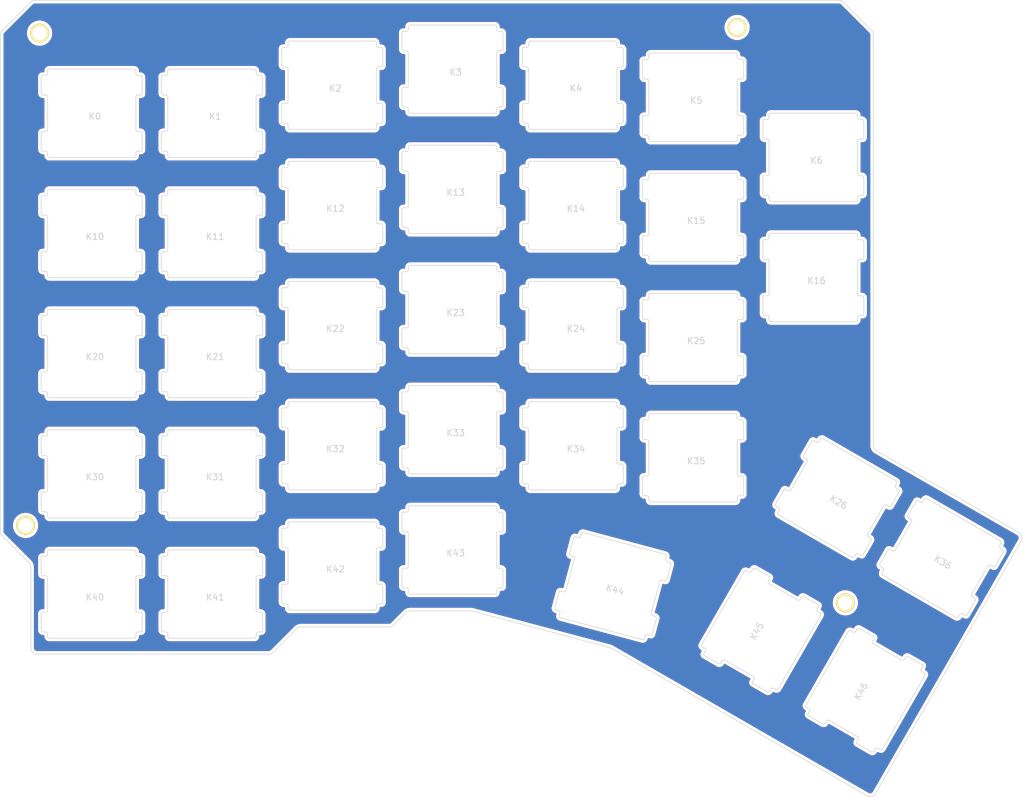
<source format=kicad_pcb>
(kicad_pcb (version 20221018) (generator pcbnew)
  (title_block (title "Redox keyboard PCB") (date "2018-05-05") (rev "1.0") (comment 1 "designed by Mattia Dal Ben (aka u/TiaMaT102)") (comment 2 "https://github.com/mattdibi/redox-keyboard"))
  (layers (0 "F.Cu" signal) (31 "B.Cu" signal) (34 "B.Paste" user) (35 "F.Paste" user) (36 "B.SilkS" user "B.Silkscreen") (37 "F.SilkS" user "F.Silkscreen") (38 "B.Mask" user) (39 "F.Mask" user) (44 "Edge.Cuts" user))
  (net 0 "")
  (net 1 "GND")
  (footprint "Keebio-Parts:slotMX100" (layer "F.Cu") (at 93.98 51.855682))
  (footprint "Keebio-Parts:slotMX100" (layer "F.Cu") (at 113.03 51.855682))
  (footprint "Keebio-Parts:slotMX100" (layer "F.Cu") (at 132.08 47.410682))
  (footprint "Keebio-Parts:slotMX100" (layer "F.Cu") (at 151.13 44.870682))
  (footprint "Keebio-Parts:slotMX100" (layer "F.Cu") (at 170.18 47.410682))
  (footprint "Keebio-Parts:slotMX100" (layer "F.Cu") (at 189.23 49.315682))
  (footprint "Keebio-Parts:slotMX100" (layer "F.Cu") (at 208.28 58.840682))
  (footprint "Keebio-Parts:slotMX100" (layer "F.Cu") (at 93.98 70.905682))
  (footprint "Keebio-Parts:slotMX100" (layer "F.Cu") (at 113.03 70.905682))
  (footprint "Keebio-Parts:slotMX100" (layer "F.Cu") (at 132.08 66.460682))
  (footprint "Keebio-Parts:slotMX100" (layer "F.Cu") (at 151.13 63.920682))
  (footprint "Keebio-Parts:slotMX100" (layer "F.Cu") (at 170.18 66.460682))
  (footprint "Keebio-Parts:slotMX100" (layer "F.Cu") (at 189.23 68.365682))
  (footprint "Keebio-Parts:slotMX100" (layer "F.Cu") (at 208.28 77.890682))
  (footprint "Keebio-Parts:slotMX100" (layer "F.Cu") (at 93.98 89.955682))
  (footprint "Keebio-Parts:slotMX100" (layer "F.Cu") (at 113.03 89.955682))
  (footprint "Keebio-Parts:slotMX100" (layer "F.Cu") (at 132.08 85.510682))
  (footprint "Keebio-Parts:slotMX100" (layer "F.Cu") (at 151.13 82.970682))
  (footprint "Keebio-Parts:slotMX100" (layer "F.Cu") (at 170.18 85.510682))
  (footprint "Keebio-Parts:slotMX100" (layer "F.Cu") (at 189.23 87.415682))
  (footprint "Keebio-Parts:slotMX100" (layer "F.Cu") (at 212.09 112.815682 -30))
  (footprint "Keebio-Parts:slotMX100" (layer "F.Cu") (at 93.98 109.005682))
  (footprint "Keebio-Parts:slotMX100" (layer "F.Cu") (at 113.03 109.005682))
  (footprint "Keebio-Parts:slotMX100" (layer "F.Cu") (at 132.08 104.560682))
  (footprint "Keebio-Parts:slotMX100" (layer "F.Cu") (at 151.13 102.020682))
  (footprint "Keebio-Parts:slotMX100" (layer "F.Cu") (at 170.18 104.560682))
  (footprint "Keebio-Parts:slotMX100" (layer "F.Cu") (at 189.23 106.465682))
  (footprint "Keebio-Parts:slotMX100" (layer "F.Cu") (at 228.6 122.340682 -30))
  (footprint "Keebio-Parts:slotMX100" (layer "F.Cu") (at 93.98 128.055682))
  (footprint "Keebio-Parts:slotMX100" (layer "F.Cu") (at 113.03 128.055682))
  (footprint "Keebio-Parts:slotMX100" (layer "F.Cu") (at 132.08 123.610682))
  (footprint "Keebio-Parts:slotMX100" (layer "F.Cu") (at 151.13 121.070682))
  (footprint "Keebio-Parts:slotMX100" (layer "F.Cu") (at 176.53 126.785682 -15))
  (footprint "Keebio-Parts:slotMX100" (layer "F.Cu") (at 200.025 133.770682 -120))
  (footprint "Keebio-Parts:slotMX100" (layer "F.Cu") (at 216.535 143.295682 -120))
  (footprint "keyboard_parts:HOLE_M3" (layer "F.Cu") (at 213.36 129.452682))
  (footprint "keyboard_parts:HOLE_M3" (layer "F.Cu") (at 85.725 39.155682))
  (footprint "keyboard_parts:HOLE_M3" (layer "F.Cu") (at 103.508163 114.18153))
  (footprint "keyboard_parts:HOLE_M3" (layer "F.Cu") (at 196.215 37.250682))
  (footprint "KeebGraphics:PsychicSymbolSilk" (layer "F.Cu") (at 204.976836 93.962618))
  (footprint "KeebGraphics:GhostSymbolSilk" (layer "F.Cu") (at 210.962846 93.962618))
  (footprint "KeebGraphics:darkFlashSilk" (layer "B.Cu") (at 207.84753 93.966964 180))
  (gr_arc (start 79.502 39.442896) (mid 79.57812 39.060213) (end 79.794893 38.735789) (stroke (width 0.1)) (layer "Edge.Cuts"))
  (gr_arc (start 218.306876 105.356993) (mid 217.939521 104.990824) (end 217.805 104.489888) (stroke (width 0.1)) (layer "Edge.Cuts"))
  (gr_line (start 217.512107 38.735789) (end 213.017893 34.241575) (stroke (width 0.1)) (layer "Edge.Cuts"))
  (gr_line (start 217.805 39.442896) (end 217.805 49.188682) (stroke (width 0.1)) (layer "Edge.Cuts"))
  (gr_line (start 218.149575 159.63786) (end 241.181078 119.652272) (stroke (width 0.1)) (layer "Edge.Cuts"))
  (gr_arc (start 126.453107 133.555575) (mid 126.777532 133.338811) (end 127.160214 133.262682) (stroke (width 0.1)) (layer "Edge.Cuts"))
  (gr_line (start 176.021007 136.530649) (end 154.304289 130.756262) (stroke (width 0.1)) (layer "Edge.Cuts"))
  (gr_arc (start 141.770893 132.969789) (mid 141.44647 133.186561) (end 141.063786 133.262682) (stroke (width 0.1)) (layer "Edge.Cuts"))
  (gr_arc (start 154.047322 130.722682) (mid 154.176898 130.731112) (end 154.304289 130.756262) (stroke (width 0.1)) (layer "Edge.Cuts"))
  (gr_line (start 79.794893 38.735789) (end 84.289107 34.241575) (stroke (width 0.1)) (layer "Edge.Cuts"))
  (gr_line (start 141.770893 132.969789) (end 143.725107 131.015575) (stroke (width 0.1)) (layer "Edge.Cuts"))
  (gr_arc (start 84.289107 34.241575) (mid 84.613532 34.024811) (end 84.996214 33.948682) (stroke (width 0.1)) (layer "Edge.Cuts"))
  (gr_arc (start 84.035107 123.063789) (mid 84.25188 123.388212) (end 84.328 123.770896) (stroke (width 0.1)) (layer "Edge.Cuts"))
  (gr_arc (start 218.149575 159.63786) (mid 217.54253 160.104487) (end 216.783362 160.004951) (stroke (width 0.1)) (layer "Edge.Cuts"))
  (gr_arc (start 122.720893 137.287789) (mid 122.39647 137.504561) (end 122.013786 137.580682) (stroke (width 0.1)) (layer "Edge.Cuts"))
  (gr_line (start 84.328 123.770896) (end 84.328 136.580682) (stroke (width 0.1)) (layer "Edge.Cuts"))
  (gr_line (start 79.502 42.330682) (end 79.502 118.116468) (stroke (width 0.1)) (layer "Edge.Cuts"))
  (gr_line (start 216.783362 160.004951) (end 176.26372 136.630859) (stroke (width 0.1)) (layer "Edge.Cuts"))
  (gr_line (start 85.328 137.580682) (end 122.013786 137.580682) (stroke (width 0.1)) (layer "Edge.Cuts"))
  (gr_arc (start 212.310786 33.948682) (mid 212.693469 34.024802) (end 213.017893 34.241575) (stroke (width 0.1)) (layer "Edge.Cuts"))
  (gr_line (start 212.310786 33.948682) (end 84.996214 33.948682) (stroke (width 0.1)) (layer "Edge.Cuts"))
  (gr_line (start 127.160214 133.262682) (end 141.063786 133.262682) (stroke (width 0.1)) (layer "Edge.Cuts"))
  (gr_line (start 79.794893 118.823575) (end 84.035107 123.063789) (stroke (width 0.1)) (layer "Edge.Cuts"))
  (gr_arc (start 217.512107 38.735789) (mid 217.72888 39.060212) (end 217.805 39.442896) (stroke (width 0.1)) (layer "Edge.Cuts"))
  (gr_arc (start 79.794893 118.823575) (mid 79.57812 118.499152) (end 79.502 118.116468) (stroke (width 0.1)) (layer "Edge.Cuts"))
  (gr_line (start 122.720893 137.287789) (end 126.453107 133.555575) (stroke (width 0.1)) (layer "Edge.Cuts"))
  (gr_arc (start 143.725107 131.015575) (mid 144.049532 130.798811) (end 144.432214 130.722682) (stroke (width 0.1)) (layer "Edge.Cuts"))
  (gr_line (start 217.805 49.188682) (end 217.805 104.489888) (stroke (width 0.1)) (layer "Edge.Cuts"))
  (gr_line (start 218.306876 105.356993) (end 240.812752 118.285901) (stroke (width 0.1)) (layer "Edge.Cuts"))
  (gr_arc (start 240.812752 118.285901) (mid 241.280163 118.892733) (end 241.181078 119.652272) (stroke (width 0.1)) (layer "Edge.Cuts"))
  (gr_line (start 154.047322 130.722682) (end 144.432214 130.722682) (stroke (width 0.1)) (layer "Edge.Cuts"))
  (gr_line (start 79.502 39.442896) (end 79.502 42.330682) (stroke (width 0.1)) (layer "Edge.Cuts"))
  (gr_arc (start 176.021007 136.530649) (mid 176.145667 136.572753) (end 176.26372 136.630859) (stroke (width 0.1)) (layer "Edge.Cuts"))
  (gr_arc (start 85.328 137.580682) (mid 84.620893 137.287789) (end 84.328 136.580682) (stroke (width 0.1)) (layer "Edge.Cuts"))
  (zone (net 1) (net_name "GND") (layer "F.Cu") (connect_pads (clearance 0.508)) (min_thickness 0.254) (fill yes (thermal_gap 0.508) (thermal_bridge_width 0.508))
    (polygon (pts (xy 217.805 39.028682) (xy 217.805 105.068682) (xy 241.681 118.784682) (xy 217.678 160.440682) (xy 217.551 160.440682) (xy 176.149 136.564682) (xy 154.178 130.722682) (xy 144.018 130.722682) (xy 141.478 133.262682) (xy 126.746 133.262682) (xy 122.428 137.580682) (xy 84.328 137.580682) (xy 84.328 123.356682) (xy 79.502 118.530682) (xy 79.502 39.028682) (xy 84.582 33.948682) (xy 212.725 33.948682)))
  )
  (zone (net 1) (net_name "GND") (layer "B.Cu") (connect_pads (clearance 0.508)) (min_thickness 0.254) (fill yes (thermal_gap 0.508) (thermal_bridge_width 0.508))
    (polygon (pts (xy 217.805 39.028682) (xy 217.805 105.068682) (xy 241.681 118.784682) (xy 217.678 160.440682) (xy 217.551 160.440682) (xy 176.149 136.564682) (xy 154.178 130.722682) (xy 144.018 130.722682) (xy 141.478 133.262682) (xy 126.746 133.262682) (xy 122.428 137.580682) (xy 84.328 137.580682) (xy 84.328 123.356682) (xy 79.502 118.530682) (xy 79.502 39.028682) (xy 84.582 33.948682) (xy 212.725 33.948682)))
  )
)
</source>
